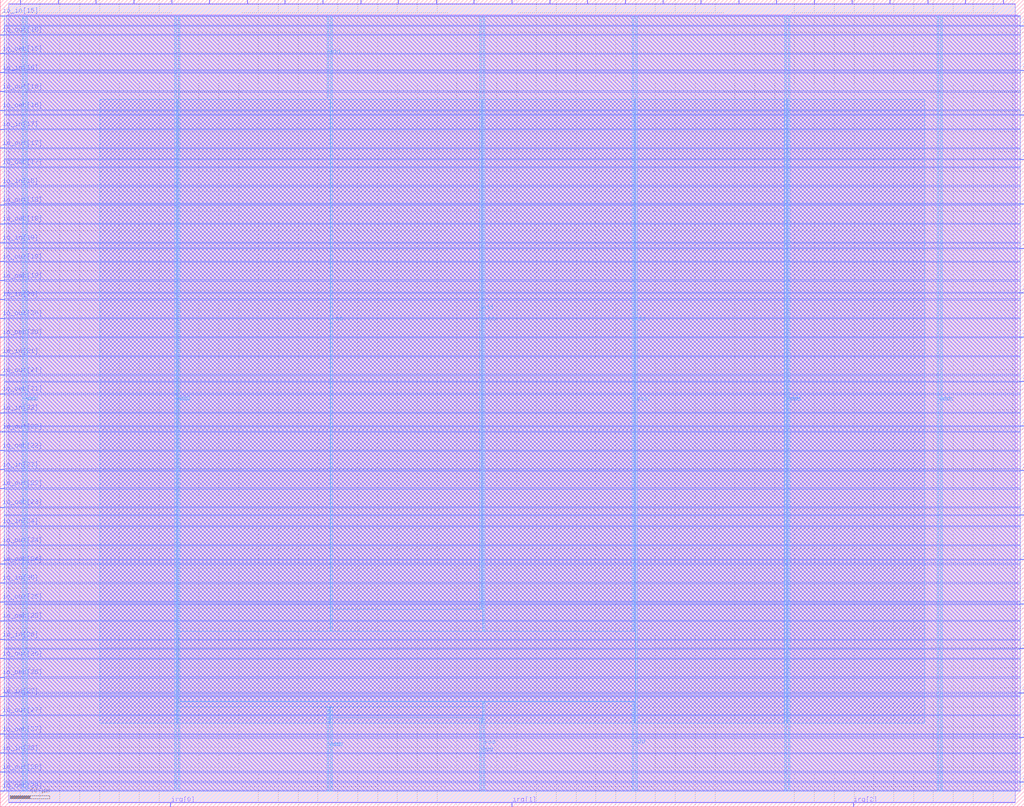
<source format=lef>
VERSION 5.7 ;
  NOWIREEXTENSIONATPIN ON ;
  DIVIDERCHAR "/" ;
  BUSBITCHARS "[]" ;
MACRO user_proj_example
  CLASS BLOCK ;
  FOREIGN user_proj_example ;
  ORIGIN 0.000 0.000 ;
  SIZE 1031.320 BY 812.860 ;
  PIN io_in[0]
    DIRECTION INPUT ;
    USE SIGNAL ;
    PORT
      LAYER Metal3 ;
        RECT 1027.320 24.640 1031.320 25.200 ;
    END
  END io_in[0]
  PIN io_in[10]
    DIRECTION INPUT ;
    USE SIGNAL ;
    ANTENNAGATEAREA 1.102000 ;
    ANTENNADIFFAREA 0.410400 ;
    PORT
      LAYER Metal2 ;
        RECT 553.280 808.860 553.840 812.860 ;
    END
  END io_in[10]
  PIN io_in[11]
    DIRECTION INPUT ;
    USE SIGNAL ;
    ANTENNAGATEAREA 1.183000 ;
    ANTENNADIFFAREA 0.410400 ;
    PORT
      LAYER Metal2 ;
        RECT 439.040 808.860 439.600 812.860 ;
    END
  END io_in[11]
  PIN io_in[12]
    DIRECTION INPUT ;
    USE SIGNAL ;
    ANTENNAGATEAREA 1.183000 ;
    ANTENNADIFFAREA 0.410400 ;
    PORT
      LAYER Metal2 ;
        RECT 324.800 808.860 325.360 812.860 ;
    END
  END io_in[12]
  PIN io_in[13]
    DIRECTION INPUT ;
    USE SIGNAL ;
    ANTENNAGATEAREA 1.102000 ;
    ANTENNADIFFAREA 0.410400 ;
    PORT
      LAYER Metal2 ;
        RECT 210.560 808.860 211.120 812.860 ;
    END
  END io_in[13]
  PIN io_in[14]
    DIRECTION INPUT ;
    USE SIGNAL ;
    ANTENNAGATEAREA 1.102000 ;
    ANTENNADIFFAREA 0.410400 ;
    PORT
      LAYER Metal2 ;
        RECT 96.320 808.860 96.880 812.860 ;
    END
  END io_in[14]
  PIN io_in[15]
    DIRECTION INPUT ;
    USE SIGNAL ;
    ANTENNAGATEAREA 2.204000 ;
    ANTENNADIFFAREA 0.410400 ;
    PORT
      LAYER Metal3 ;
        RECT 0.000 796.320 4.000 796.880 ;
    END
  END io_in[15]
  PIN io_in[16]
    DIRECTION INPUT ;
    USE SIGNAL ;
    ANTENNAGATEAREA 1.183000 ;
    ANTENNADIFFAREA 0.410400 ;
    PORT
      LAYER Metal3 ;
        RECT 0.000 739.200 4.000 739.760 ;
    END
  END io_in[16]
  PIN io_in[17]
    DIRECTION INPUT ;
    USE SIGNAL ;
    ANTENNAGATEAREA 1.183000 ;
    ANTENNADIFFAREA 0.410400 ;
    PORT
      LAYER Metal3 ;
        RECT 0.000 682.080 4.000 682.640 ;
    END
  END io_in[17]
  PIN io_in[18]
    DIRECTION INPUT ;
    USE SIGNAL ;
    ANTENNAGATEAREA 1.183000 ;
    ANTENNADIFFAREA 0.410400 ;
    PORT
      LAYER Metal3 ;
        RECT 0.000 624.960 4.000 625.520 ;
    END
  END io_in[18]
  PIN io_in[19]
    DIRECTION INPUT ;
    USE SIGNAL ;
    ANTENNAGATEAREA 1.183000 ;
    ANTENNADIFFAREA 0.410400 ;
    PORT
      LAYER Metal3 ;
        RECT 0.000 567.840 4.000 568.400 ;
    END
  END io_in[19]
  PIN io_in[1]
    DIRECTION INPUT ;
    USE SIGNAL ;
    PORT
      LAYER Metal3 ;
        RECT 1027.320 159.040 1031.320 159.600 ;
    END
  END io_in[1]
  PIN io_in[20]
    DIRECTION INPUT ;
    USE SIGNAL ;
    ANTENNAGATEAREA 0.498500 ;
    ANTENNADIFFAREA 0.410400 ;
    PORT
      LAYER Metal3 ;
        RECT 0.000 510.720 4.000 511.280 ;
    END
  END io_in[20]
  PIN io_in[21]
    DIRECTION INPUT ;
    USE SIGNAL ;
    ANTENNAGATEAREA 0.498500 ;
    ANTENNADIFFAREA 0.410400 ;
    PORT
      LAYER Metal3 ;
        RECT 0.000 453.600 4.000 454.160 ;
    END
  END io_in[21]
  PIN io_in[22]
    DIRECTION INPUT ;
    USE SIGNAL ;
    ANTENNAGATEAREA 0.498500 ;
    ANTENNADIFFAREA 0.410400 ;
    PORT
      LAYER Metal3 ;
        RECT 0.000 396.480 4.000 397.040 ;
    END
  END io_in[22]
  PIN io_in[23]
    DIRECTION INPUT ;
    USE SIGNAL ;
    ANTENNAGATEAREA 0.498500 ;
    ANTENNADIFFAREA 0.410400 ;
    PORT
      LAYER Metal3 ;
        RECT 0.000 339.360 4.000 339.920 ;
    END
  END io_in[23]
  PIN io_in[24]
    DIRECTION INPUT ;
    USE SIGNAL ;
    ANTENNAGATEAREA 0.498500 ;
    ANTENNADIFFAREA 0.410400 ;
    PORT
      LAYER Metal3 ;
        RECT 0.000 282.240 4.000 282.800 ;
    END
  END io_in[24]
  PIN io_in[25]
    DIRECTION INPUT ;
    USE SIGNAL ;
    ANTENNAGATEAREA 0.726000 ;
    ANTENNADIFFAREA 0.410400 ;
    PORT
      LAYER Metal3 ;
        RECT 0.000 225.120 4.000 225.680 ;
    END
  END io_in[25]
  PIN io_in[26]
    DIRECTION INPUT ;
    USE SIGNAL ;
    ANTENNAGATEAREA 0.741000 ;
    ANTENNADIFFAREA 0.410400 ;
    PORT
      LAYER Metal3 ;
        RECT 0.000 168.000 4.000 168.560 ;
    END
  END io_in[26]
  PIN io_in[27]
    DIRECTION INPUT ;
    USE SIGNAL ;
    ANTENNAGATEAREA 0.741000 ;
    ANTENNADIFFAREA 0.410400 ;
    PORT
      LAYER Metal3 ;
        RECT 0.000 110.880 4.000 111.440 ;
    END
  END io_in[27]
  PIN io_in[28]
    DIRECTION INPUT ;
    USE SIGNAL ;
    ANTENNAGATEAREA 0.498500 ;
    ANTENNADIFFAREA 0.410400 ;
    PORT
      LAYER Metal3 ;
        RECT 0.000 53.760 4.000 54.320 ;
    END
  END io_in[28]
  PIN io_in[2]
    DIRECTION INPUT ;
    USE SIGNAL ;
    PORT
      LAYER Metal3 ;
        RECT 1027.320 293.440 1031.320 294.000 ;
    END
  END io_in[2]
  PIN io_in[3]
    DIRECTION INPUT ;
    USE SIGNAL ;
    PORT
      LAYER Metal3 ;
        RECT 1027.320 427.840 1031.320 428.400 ;
    END
  END io_in[3]
  PIN io_in[4]
    DIRECTION INPUT ;
    USE SIGNAL ;
    PORT
      LAYER Metal3 ;
        RECT 1027.320 562.240 1031.320 562.800 ;
    END
  END io_in[4]
  PIN io_in[5]
    DIRECTION INPUT ;
    USE SIGNAL ;
    PORT
      LAYER Metal3 ;
        RECT 1027.320 696.640 1031.320 697.200 ;
    END
  END io_in[5]
  PIN io_in[6]
    DIRECTION INPUT ;
    USE SIGNAL ;
    PORT
      LAYER Metal2 ;
        RECT 1010.240 808.860 1010.800 812.860 ;
    END
  END io_in[6]
  PIN io_in[7]
    DIRECTION INPUT ;
    USE SIGNAL ;
    PORT
      LAYER Metal2 ;
        RECT 896.000 808.860 896.560 812.860 ;
    END
  END io_in[7]
  PIN io_in[8]
    DIRECTION INPUT ;
    USE SIGNAL ;
    ANTENNAGATEAREA 2.204000 ;
    ANTENNADIFFAREA 0.410400 ;
    PORT
      LAYER Metal2 ;
        RECT 781.760 808.860 782.320 812.860 ;
    END
  END io_in[8]
  PIN io_in[9]
    DIRECTION INPUT ;
    USE SIGNAL ;
    ANTENNAGATEAREA 2.204000 ;
    ANTENNADIFFAREA 0.410400 ;
    PORT
      LAYER Metal2 ;
        RECT 667.520 808.860 668.080 812.860 ;
    END
  END io_in[9]
  PIN io_oeb[0]
    DIRECTION OUTPUT TRISTATE ;
    USE SIGNAL ;
    ANTENNADIFFAREA 0.360800 ;
    PORT
      LAYER Metal3 ;
        RECT 1027.320 114.240 1031.320 114.800 ;
    END
  END io_oeb[0]
  PIN io_oeb[10]
    DIRECTION OUTPUT TRISTATE ;
    USE SIGNAL ;
    ANTENNADIFFAREA 0.536800 ;
    PORT
      LAYER Metal2 ;
        RECT 477.120 808.860 477.680 812.860 ;
    END
  END io_oeb[10]
  PIN io_oeb[11]
    DIRECTION OUTPUT TRISTATE ;
    USE SIGNAL ;
    ANTENNADIFFAREA 0.536800 ;
    PORT
      LAYER Metal2 ;
        RECT 362.880 808.860 363.440 812.860 ;
    END
  END io_oeb[11]
  PIN io_oeb[12]
    DIRECTION OUTPUT TRISTATE ;
    USE SIGNAL ;
    ANTENNADIFFAREA 0.536800 ;
    PORT
      LAYER Metal2 ;
        RECT 248.640 808.860 249.200 812.860 ;
    END
  END io_oeb[12]
  PIN io_oeb[13]
    DIRECTION OUTPUT TRISTATE ;
    USE SIGNAL ;
    ANTENNADIFFAREA 0.536800 ;
    PORT
      LAYER Metal2 ;
        RECT 134.400 808.860 134.960 812.860 ;
    END
  END io_oeb[13]
  PIN io_oeb[14]
    DIRECTION OUTPUT TRISTATE ;
    USE SIGNAL ;
    ANTENNADIFFAREA 0.536800 ;
    PORT
      LAYER Metal2 ;
        RECT 20.160 808.860 20.720 812.860 ;
    END
  END io_oeb[14]
  PIN io_oeb[15]
    DIRECTION OUTPUT TRISTATE ;
    USE SIGNAL ;
    ANTENNADIFFAREA 0.536800 ;
    PORT
      LAYER Metal3 ;
        RECT 0.000 758.240 4.000 758.800 ;
    END
  END io_oeb[15]
  PIN io_oeb[16]
    DIRECTION OUTPUT TRISTATE ;
    USE SIGNAL ;
    ANTENNADIFFAREA 0.536800 ;
    PORT
      LAYER Metal3 ;
        RECT 0.000 701.120 4.000 701.680 ;
    END
  END io_oeb[16]
  PIN io_oeb[17]
    DIRECTION OUTPUT TRISTATE ;
    USE SIGNAL ;
    ANTENNADIFFAREA 0.536800 ;
    PORT
      LAYER Metal3 ;
        RECT 0.000 644.000 4.000 644.560 ;
    END
  END io_oeb[17]
  PIN io_oeb[18]
    DIRECTION OUTPUT TRISTATE ;
    USE SIGNAL ;
    ANTENNADIFFAREA 0.536800 ;
    PORT
      LAYER Metal3 ;
        RECT 0.000 586.880 4.000 587.440 ;
    END
  END io_oeb[18]
  PIN io_oeb[19]
    DIRECTION OUTPUT TRISTATE ;
    USE SIGNAL ;
    ANTENNADIFFAREA 0.536800 ;
    PORT
      LAYER Metal3 ;
        RECT 0.000 529.760 4.000 530.320 ;
    END
  END io_oeb[19]
  PIN io_oeb[1]
    DIRECTION OUTPUT TRISTATE ;
    USE SIGNAL ;
    ANTENNADIFFAREA 0.360800 ;
    PORT
      LAYER Metal3 ;
        RECT 1027.320 248.640 1031.320 249.200 ;
    END
  END io_oeb[1]
  PIN io_oeb[20]
    DIRECTION OUTPUT TRISTATE ;
    USE SIGNAL ;
    ANTENNADIFFAREA 0.536800 ;
    PORT
      LAYER Metal3 ;
        RECT 0.000 472.640 4.000 473.200 ;
    END
  END io_oeb[20]
  PIN io_oeb[21]
    DIRECTION OUTPUT TRISTATE ;
    USE SIGNAL ;
    ANTENNADIFFAREA 0.536800 ;
    PORT
      LAYER Metal3 ;
        RECT 0.000 415.520 4.000 416.080 ;
    END
  END io_oeb[21]
  PIN io_oeb[22]
    DIRECTION OUTPUT TRISTATE ;
    USE SIGNAL ;
    ANTENNADIFFAREA 0.536800 ;
    PORT
      LAYER Metal3 ;
        RECT 0.000 358.400 4.000 358.960 ;
    END
  END io_oeb[22]
  PIN io_oeb[23]
    DIRECTION OUTPUT TRISTATE ;
    USE SIGNAL ;
    ANTENNADIFFAREA 0.536800 ;
    PORT
      LAYER Metal3 ;
        RECT 0.000 301.280 4.000 301.840 ;
    END
  END io_oeb[23]
  PIN io_oeb[24]
    DIRECTION OUTPUT TRISTATE ;
    USE SIGNAL ;
    ANTENNADIFFAREA 0.536800 ;
    PORT
      LAYER Metal3 ;
        RECT 0.000 244.160 4.000 244.720 ;
    END
  END io_oeb[24]
  PIN io_oeb[25]
    DIRECTION OUTPUT TRISTATE ;
    USE SIGNAL ;
    ANTENNADIFFAREA 0.536800 ;
    PORT
      LAYER Metal3 ;
        RECT 0.000 187.040 4.000 187.600 ;
    END
  END io_oeb[25]
  PIN io_oeb[26]
    DIRECTION OUTPUT TRISTATE ;
    USE SIGNAL ;
    ANTENNADIFFAREA 0.536800 ;
    PORT
      LAYER Metal3 ;
        RECT 0.000 129.920 4.000 130.480 ;
    END
  END io_oeb[26]
  PIN io_oeb[27]
    DIRECTION OUTPUT TRISTATE ;
    USE SIGNAL ;
    ANTENNADIFFAREA 0.536800 ;
    PORT
      LAYER Metal3 ;
        RECT 0.000 72.800 4.000 73.360 ;
    END
  END io_oeb[27]
  PIN io_oeb[28]
    DIRECTION OUTPUT TRISTATE ;
    USE SIGNAL ;
    ANTENNADIFFAREA 0.536800 ;
    PORT
      LAYER Metal3 ;
        RECT 0.000 15.680 4.000 16.240 ;
    END
  END io_oeb[28]
  PIN io_oeb[2]
    DIRECTION OUTPUT TRISTATE ;
    USE SIGNAL ;
    ANTENNADIFFAREA 0.360800 ;
    PORT
      LAYER Metal3 ;
        RECT 1027.320 383.040 1031.320 383.600 ;
    END
  END io_oeb[2]
  PIN io_oeb[3]
    DIRECTION OUTPUT TRISTATE ;
    USE SIGNAL ;
    ANTENNADIFFAREA 0.360800 ;
    PORT
      LAYER Metal3 ;
        RECT 1027.320 517.440 1031.320 518.000 ;
    END
  END io_oeb[3]
  PIN io_oeb[4]
    DIRECTION OUTPUT TRISTATE ;
    USE SIGNAL ;
    ANTENNADIFFAREA 0.360800 ;
    PORT
      LAYER Metal3 ;
        RECT 1027.320 651.840 1031.320 652.400 ;
    END
  END io_oeb[4]
  PIN io_oeb[5]
    DIRECTION OUTPUT TRISTATE ;
    USE SIGNAL ;
    ANTENNADIFFAREA 0.360800 ;
    PORT
      LAYER Metal3 ;
        RECT 1027.320 786.240 1031.320 786.800 ;
    END
  END io_oeb[5]
  PIN io_oeb[6]
    DIRECTION OUTPUT TRISTATE ;
    USE SIGNAL ;
    ANTENNADIFFAREA 0.360800 ;
    PORT
      LAYER Metal2 ;
        RECT 934.080 808.860 934.640 812.860 ;
    END
  END io_oeb[6]
  PIN io_oeb[7]
    DIRECTION OUTPUT TRISTATE ;
    USE SIGNAL ;
    ANTENNADIFFAREA 0.360800 ;
    PORT
      LAYER Metal2 ;
        RECT 819.840 808.860 820.400 812.860 ;
    END
  END io_oeb[7]
  PIN io_oeb[8]
    DIRECTION OUTPUT TRISTATE ;
    USE SIGNAL ;
    ANTENNADIFFAREA 0.536800 ;
    PORT
      LAYER Metal2 ;
        RECT 705.600 808.860 706.160 812.860 ;
    END
  END io_oeb[8]
  PIN io_oeb[9]
    DIRECTION OUTPUT TRISTATE ;
    USE SIGNAL ;
    ANTENNADIFFAREA 0.536800 ;
    PORT
      LAYER Metal2 ;
        RECT 591.360 808.860 591.920 812.860 ;
    END
  END io_oeb[9]
  PIN io_out[0]
    DIRECTION OUTPUT TRISTATE ;
    USE SIGNAL ;
    ANTENNADIFFAREA 4.731200 ;
    PORT
      LAYER Metal3 ;
        RECT 1027.320 69.440 1031.320 70.000 ;
    END
  END io_out[0]
  PIN io_out[10]
    DIRECTION OUTPUT TRISTATE ;
    USE SIGNAL ;
    ANTENNADIFFAREA 0.360800 ;
    PORT
      LAYER Metal2 ;
        RECT 515.200 808.860 515.760 812.860 ;
    END
  END io_out[10]
  PIN io_out[11]
    DIRECTION OUTPUT TRISTATE ;
    USE SIGNAL ;
    ANTENNADIFFAREA 0.360800 ;
    PORT
      LAYER Metal2 ;
        RECT 400.960 808.860 401.520 812.860 ;
    END
  END io_out[11]
  PIN io_out[12]
    DIRECTION OUTPUT TRISTATE ;
    USE SIGNAL ;
    ANTENNADIFFAREA 0.360800 ;
    PORT
      LAYER Metal2 ;
        RECT 286.720 808.860 287.280 812.860 ;
    END
  END io_out[12]
  PIN io_out[13]
    DIRECTION OUTPUT TRISTATE ;
    USE SIGNAL ;
    ANTENNADIFFAREA 0.360800 ;
    PORT
      LAYER Metal2 ;
        RECT 172.480 808.860 173.040 812.860 ;
    END
  END io_out[13]
  PIN io_out[14]
    DIRECTION OUTPUT TRISTATE ;
    USE SIGNAL ;
    ANTENNADIFFAREA 0.360800 ;
    PORT
      LAYER Metal2 ;
        RECT 58.240 808.860 58.800 812.860 ;
    END
  END io_out[14]
  PIN io_out[15]
    DIRECTION OUTPUT TRISTATE ;
    USE SIGNAL ;
    ANTENNADIFFAREA 0.360800 ;
    PORT
      LAYER Metal3 ;
        RECT 0.000 777.280 4.000 777.840 ;
    END
  END io_out[15]
  PIN io_out[16]
    DIRECTION OUTPUT TRISTATE ;
    USE SIGNAL ;
    ANTENNADIFFAREA 0.360800 ;
    PORT
      LAYER Metal3 ;
        RECT 0.000 720.160 4.000 720.720 ;
    END
  END io_out[16]
  PIN io_out[17]
    DIRECTION OUTPUT TRISTATE ;
    USE SIGNAL ;
    ANTENNADIFFAREA 0.360800 ;
    PORT
      LAYER Metal3 ;
        RECT 0.000 663.040 4.000 663.600 ;
    END
  END io_out[17]
  PIN io_out[18]
    DIRECTION OUTPUT TRISTATE ;
    USE SIGNAL ;
    ANTENNADIFFAREA 0.360800 ;
    PORT
      LAYER Metal3 ;
        RECT 0.000 605.920 4.000 606.480 ;
    END
  END io_out[18]
  PIN io_out[19]
    DIRECTION OUTPUT TRISTATE ;
    USE SIGNAL ;
    ANTENNADIFFAREA 0.360800 ;
    PORT
      LAYER Metal3 ;
        RECT 0.000 548.800 4.000 549.360 ;
    END
  END io_out[19]
  PIN io_out[1]
    DIRECTION OUTPUT TRISTATE ;
    USE SIGNAL ;
    ANTENNADIFFAREA 4.731200 ;
    PORT
      LAYER Metal3 ;
        RECT 1027.320 203.840 1031.320 204.400 ;
    END
  END io_out[1]
  PIN io_out[20]
    DIRECTION OUTPUT TRISTATE ;
    USE SIGNAL ;
    ANTENNADIFFAREA 0.360800 ;
    PORT
      LAYER Metal3 ;
        RECT 0.000 491.680 4.000 492.240 ;
    END
  END io_out[20]
  PIN io_out[21]
    DIRECTION OUTPUT TRISTATE ;
    USE SIGNAL ;
    ANTENNADIFFAREA 0.360800 ;
    PORT
      LAYER Metal3 ;
        RECT 0.000 434.560 4.000 435.120 ;
    END
  END io_out[21]
  PIN io_out[22]
    DIRECTION OUTPUT TRISTATE ;
    USE SIGNAL ;
    ANTENNADIFFAREA 0.360800 ;
    PORT
      LAYER Metal3 ;
        RECT 0.000 377.440 4.000 378.000 ;
    END
  END io_out[22]
  PIN io_out[23]
    DIRECTION OUTPUT TRISTATE ;
    USE SIGNAL ;
    ANTENNADIFFAREA 0.360800 ;
    PORT
      LAYER Metal3 ;
        RECT 0.000 320.320 4.000 320.880 ;
    END
  END io_out[23]
  PIN io_out[24]
    DIRECTION OUTPUT TRISTATE ;
    USE SIGNAL ;
    ANTENNADIFFAREA 0.360800 ;
    PORT
      LAYER Metal3 ;
        RECT 0.000 263.200 4.000 263.760 ;
    END
  END io_out[24]
  PIN io_out[25]
    DIRECTION OUTPUT TRISTATE ;
    USE SIGNAL ;
    ANTENNADIFFAREA 0.360800 ;
    PORT
      LAYER Metal3 ;
        RECT 0.000 206.080 4.000 206.640 ;
    END
  END io_out[25]
  PIN io_out[26]
    DIRECTION OUTPUT TRISTATE ;
    USE SIGNAL ;
    ANTENNADIFFAREA 0.360800 ;
    PORT
      LAYER Metal3 ;
        RECT 0.000 148.960 4.000 149.520 ;
    END
  END io_out[26]
  PIN io_out[27]
    DIRECTION OUTPUT TRISTATE ;
    USE SIGNAL ;
    ANTENNADIFFAREA 0.360800 ;
    PORT
      LAYER Metal3 ;
        RECT 0.000 91.840 4.000 92.400 ;
    END
  END io_out[27]
  PIN io_out[28]
    DIRECTION OUTPUT TRISTATE ;
    USE SIGNAL ;
    ANTENNADIFFAREA 0.360800 ;
    PORT
      LAYER Metal3 ;
        RECT 0.000 34.720 4.000 35.280 ;
    END
  END io_out[28]
  PIN io_out[2]
    DIRECTION OUTPUT TRISTATE ;
    USE SIGNAL ;
    ANTENNADIFFAREA 4.731200 ;
    PORT
      LAYER Metal3 ;
        RECT 1027.320 338.240 1031.320 338.800 ;
    END
  END io_out[2]
  PIN io_out[3]
    DIRECTION OUTPUT TRISTATE ;
    USE SIGNAL ;
    ANTENNADIFFAREA 4.731200 ;
    PORT
      LAYER Metal3 ;
        RECT 1027.320 472.640 1031.320 473.200 ;
    END
  END io_out[3]
  PIN io_out[4]
    DIRECTION OUTPUT TRISTATE ;
    USE SIGNAL ;
    ANTENNADIFFAREA 4.731200 ;
    PORT
      LAYER Metal3 ;
        RECT 1027.320 607.040 1031.320 607.600 ;
    END
  END io_out[4]
  PIN io_out[5]
    DIRECTION OUTPUT TRISTATE ;
    USE SIGNAL ;
    ANTENNADIFFAREA 4.731200 ;
    PORT
      LAYER Metal3 ;
        RECT 1027.320 741.440 1031.320 742.000 ;
    END
  END io_out[5]
  PIN io_out[6]
    DIRECTION OUTPUT TRISTATE ;
    USE SIGNAL ;
    ANTENNADIFFAREA 4.731200 ;
    PORT
      LAYER Metal2 ;
        RECT 972.160 808.860 972.720 812.860 ;
    END
  END io_out[6]
  PIN io_out[7]
    DIRECTION OUTPUT TRISTATE ;
    USE SIGNAL ;
    ANTENNADIFFAREA 4.731200 ;
    PORT
      LAYER Metal2 ;
        RECT 857.920 808.860 858.480 812.860 ;
    END
  END io_out[7]
  PIN io_out[8]
    DIRECTION OUTPUT TRISTATE ;
    USE SIGNAL ;
    ANTENNADIFFAREA 0.360800 ;
    PORT
      LAYER Metal2 ;
        RECT 743.680 808.860 744.240 812.860 ;
    END
  END io_out[8]
  PIN io_out[9]
    DIRECTION OUTPUT TRISTATE ;
    USE SIGNAL ;
    ANTENNADIFFAREA 0.360800 ;
    PORT
      LAYER Metal2 ;
        RECT 629.440 808.860 630.000 812.860 ;
    END
  END io_out[9]
  PIN irq[0]
    DIRECTION OUTPUT TRISTATE ;
    USE SIGNAL ;
    ANTENNADIFFAREA 0.360800 ;
    PORT
      LAYER Metal2 ;
        RECT 171.360 0.000 171.920 4.000 ;
    END
  END irq[0]
  PIN irq[1]
    DIRECTION OUTPUT TRISTATE ;
    USE SIGNAL ;
    ANTENNADIFFAREA 0.360800 ;
    PORT
      LAYER Metal2 ;
        RECT 515.200 0.000 515.760 4.000 ;
    END
  END irq[1]
  PIN irq[2]
    DIRECTION OUTPUT TRISTATE ;
    USE SIGNAL ;
    ANTENNADIFFAREA 0.360800 ;
    PORT
      LAYER Metal2 ;
        RECT 859.040 0.000 859.600 4.000 ;
    END
  END irq[2]
  PIN vdd
    DIRECTION INOUT ;
    USE POWER ;
    PORT
      LAYER Metal4 ;
        RECT 22.240 15.380 23.840 796.060 ;
    END
    PORT
      LAYER Metal4 ;
        RECT 175.840 15.380 177.440 796.060 ;
    END
    PORT
      LAYER Metal4 ;
        RECT 329.440 15.380 331.040 100.325 ;
    END
    PORT
      LAYER Metal4 ;
        RECT 329.440 714.775 331.040 796.060 ;
    END
    PORT
      LAYER Metal4 ;
        RECT 483.040 15.380 484.640 89.440 ;
    END
    PORT
      LAYER Metal4 ;
        RECT 483.040 199.380 484.640 796.060 ;
    END
    PORT
      LAYER Metal4 ;
        RECT 636.640 15.380 638.240 105.940 ;
    END
    PORT
      LAYER Metal4 ;
        RECT 636.640 176.920 638.240 796.060 ;
    END
    PORT
      LAYER Metal4 ;
        RECT 790.240 15.380 791.840 796.060 ;
    END
    PORT
      LAYER Metal4 ;
        RECT 943.840 15.380 945.440 796.060 ;
    END
  END vdd
  PIN vss
    DIRECTION INOUT ;
    USE GROUND ;
    PORT
      LAYER Metal4 ;
        RECT 25.540 15.380 27.140 796.060 ;
    END
    PORT
      LAYER Metal4 ;
        RECT 179.140 15.380 180.740 796.060 ;
    END
    PORT
      LAYER Metal4 ;
        RECT 332.740 15.380 334.340 100.325 ;
    END
    PORT
      LAYER Metal4 ;
        RECT 332.740 176.920 334.340 796.060 ;
    END
    PORT
      LAYER Metal4 ;
        RECT 486.340 15.380 487.940 105.280 ;
    END
    PORT
      LAYER Metal4 ;
        RECT 486.340 176.920 487.940 796.060 ;
    END
    PORT
      LAYER Metal4 ;
        RECT 639.940 15.380 641.540 796.060 ;
    END
    PORT
      LAYER Metal4 ;
        RECT 793.540 15.380 795.140 796.060 ;
    END
    PORT
      LAYER Metal4 ;
        RECT 947.140 15.380 948.740 796.060 ;
    END
  END vss
  OBS
      LAYER Metal1 ;
        RECT 6.720 15.380 1024.240 797.850 ;
      LAYER Metal2 ;
        RECT 8.540 808.560 19.860 808.860 ;
        RECT 21.020 808.560 57.940 808.860 ;
        RECT 59.100 808.560 96.020 808.860 ;
        RECT 97.180 808.560 134.100 808.860 ;
        RECT 135.260 808.560 172.180 808.860 ;
        RECT 173.340 808.560 210.260 808.860 ;
        RECT 211.420 808.560 248.340 808.860 ;
        RECT 249.500 808.560 286.420 808.860 ;
        RECT 287.580 808.560 324.500 808.860 ;
        RECT 325.660 808.560 362.580 808.860 ;
        RECT 363.740 808.560 400.660 808.860 ;
        RECT 401.820 808.560 438.740 808.860 ;
        RECT 439.900 808.560 476.820 808.860 ;
        RECT 477.980 808.560 514.900 808.860 ;
        RECT 516.060 808.560 552.980 808.860 ;
        RECT 554.140 808.560 591.060 808.860 ;
        RECT 592.220 808.560 629.140 808.860 ;
        RECT 630.300 808.560 667.220 808.860 ;
        RECT 668.380 808.560 705.300 808.860 ;
        RECT 706.460 808.560 743.380 808.860 ;
        RECT 744.540 808.560 781.460 808.860 ;
        RECT 782.620 808.560 819.540 808.860 ;
        RECT 820.700 808.560 857.620 808.860 ;
        RECT 858.780 808.560 895.700 808.860 ;
        RECT 896.860 808.560 933.780 808.860 ;
        RECT 934.940 808.560 971.860 808.860 ;
        RECT 973.020 808.560 1009.940 808.860 ;
        RECT 1011.100 808.560 1022.420 808.860 ;
        RECT 8.540 4.300 1022.420 808.560 ;
        RECT 8.540 4.000 171.060 4.300 ;
        RECT 172.220 4.000 514.900 4.300 ;
        RECT 516.060 4.000 858.740 4.300 ;
        RECT 859.900 4.000 1022.420 4.300 ;
      LAYER Metal3 ;
        RECT 4.300 796.020 1027.320 796.740 ;
        RECT 4.000 787.100 1027.320 796.020 ;
        RECT 4.000 785.940 1027.020 787.100 ;
        RECT 4.000 778.140 1027.320 785.940 ;
        RECT 4.300 776.980 1027.320 778.140 ;
        RECT 4.000 759.100 1027.320 776.980 ;
        RECT 4.300 757.940 1027.320 759.100 ;
        RECT 4.000 742.300 1027.320 757.940 ;
        RECT 4.000 741.140 1027.020 742.300 ;
        RECT 4.000 740.060 1027.320 741.140 ;
        RECT 4.300 738.900 1027.320 740.060 ;
        RECT 4.000 721.020 1027.320 738.900 ;
        RECT 4.300 719.860 1027.320 721.020 ;
        RECT 4.000 701.980 1027.320 719.860 ;
        RECT 4.300 700.820 1027.320 701.980 ;
        RECT 4.000 697.500 1027.320 700.820 ;
        RECT 4.000 696.340 1027.020 697.500 ;
        RECT 4.000 682.940 1027.320 696.340 ;
        RECT 4.300 681.780 1027.320 682.940 ;
        RECT 4.000 663.900 1027.320 681.780 ;
        RECT 4.300 662.740 1027.320 663.900 ;
        RECT 4.000 652.700 1027.320 662.740 ;
        RECT 4.000 651.540 1027.020 652.700 ;
        RECT 4.000 644.860 1027.320 651.540 ;
        RECT 4.300 643.700 1027.320 644.860 ;
        RECT 4.000 625.820 1027.320 643.700 ;
        RECT 4.300 624.660 1027.320 625.820 ;
        RECT 4.000 607.900 1027.320 624.660 ;
        RECT 4.000 606.780 1027.020 607.900 ;
        RECT 4.300 606.740 1027.020 606.780 ;
        RECT 4.300 605.620 1027.320 606.740 ;
        RECT 4.000 587.740 1027.320 605.620 ;
        RECT 4.300 586.580 1027.320 587.740 ;
        RECT 4.000 568.700 1027.320 586.580 ;
        RECT 4.300 567.540 1027.320 568.700 ;
        RECT 4.000 563.100 1027.320 567.540 ;
        RECT 4.000 561.940 1027.020 563.100 ;
        RECT 4.000 549.660 1027.320 561.940 ;
        RECT 4.300 548.500 1027.320 549.660 ;
        RECT 4.000 530.620 1027.320 548.500 ;
        RECT 4.300 529.460 1027.320 530.620 ;
        RECT 4.000 518.300 1027.320 529.460 ;
        RECT 4.000 517.140 1027.020 518.300 ;
        RECT 4.000 511.580 1027.320 517.140 ;
        RECT 4.300 510.420 1027.320 511.580 ;
        RECT 4.000 492.540 1027.320 510.420 ;
        RECT 4.300 491.380 1027.320 492.540 ;
        RECT 4.000 473.500 1027.320 491.380 ;
        RECT 4.300 472.340 1027.020 473.500 ;
        RECT 4.000 454.460 1027.320 472.340 ;
        RECT 4.300 453.300 1027.320 454.460 ;
        RECT 4.000 435.420 1027.320 453.300 ;
        RECT 4.300 434.260 1027.320 435.420 ;
        RECT 4.000 428.700 1027.320 434.260 ;
        RECT 4.000 427.540 1027.020 428.700 ;
        RECT 4.000 416.380 1027.320 427.540 ;
        RECT 4.300 415.220 1027.320 416.380 ;
        RECT 4.000 397.340 1027.320 415.220 ;
        RECT 4.300 396.180 1027.320 397.340 ;
        RECT 4.000 383.900 1027.320 396.180 ;
        RECT 4.000 382.740 1027.020 383.900 ;
        RECT 4.000 378.300 1027.320 382.740 ;
        RECT 4.300 377.140 1027.320 378.300 ;
        RECT 4.000 359.260 1027.320 377.140 ;
        RECT 4.300 358.100 1027.320 359.260 ;
        RECT 4.000 340.220 1027.320 358.100 ;
        RECT 4.300 339.100 1027.320 340.220 ;
        RECT 4.300 339.060 1027.020 339.100 ;
        RECT 4.000 337.940 1027.020 339.060 ;
        RECT 4.000 321.180 1027.320 337.940 ;
        RECT 4.300 320.020 1027.320 321.180 ;
        RECT 4.000 302.140 1027.320 320.020 ;
        RECT 4.300 300.980 1027.320 302.140 ;
        RECT 4.000 294.300 1027.320 300.980 ;
        RECT 4.000 293.140 1027.020 294.300 ;
        RECT 4.000 283.100 1027.320 293.140 ;
        RECT 4.300 281.940 1027.320 283.100 ;
        RECT 4.000 264.060 1027.320 281.940 ;
        RECT 4.300 262.900 1027.320 264.060 ;
        RECT 4.000 249.500 1027.320 262.900 ;
        RECT 4.000 248.340 1027.020 249.500 ;
        RECT 4.000 245.020 1027.320 248.340 ;
        RECT 4.300 243.860 1027.320 245.020 ;
        RECT 4.000 225.980 1027.320 243.860 ;
        RECT 4.300 224.820 1027.320 225.980 ;
        RECT 4.000 206.940 1027.320 224.820 ;
        RECT 4.300 205.780 1027.320 206.940 ;
        RECT 4.000 204.700 1027.320 205.780 ;
        RECT 4.000 203.540 1027.020 204.700 ;
        RECT 4.000 187.900 1027.320 203.540 ;
        RECT 4.300 186.740 1027.320 187.900 ;
        RECT 4.000 168.860 1027.320 186.740 ;
        RECT 4.300 167.700 1027.320 168.860 ;
        RECT 4.000 159.900 1027.320 167.700 ;
        RECT 4.000 158.740 1027.020 159.900 ;
        RECT 4.000 149.820 1027.320 158.740 ;
        RECT 4.300 148.660 1027.320 149.820 ;
        RECT 4.000 130.780 1027.320 148.660 ;
        RECT 4.300 129.620 1027.320 130.780 ;
        RECT 4.000 115.100 1027.320 129.620 ;
        RECT 4.000 113.940 1027.020 115.100 ;
        RECT 4.000 111.740 1027.320 113.940 ;
        RECT 4.300 110.580 1027.320 111.740 ;
        RECT 4.000 92.700 1027.320 110.580 ;
        RECT 4.300 91.540 1027.320 92.700 ;
        RECT 4.000 73.660 1027.320 91.540 ;
        RECT 4.300 72.500 1027.320 73.660 ;
        RECT 4.000 70.300 1027.320 72.500 ;
        RECT 4.000 69.140 1027.020 70.300 ;
        RECT 4.000 54.620 1027.320 69.140 ;
        RECT 4.300 53.460 1027.320 54.620 ;
        RECT 4.000 35.580 1027.320 53.460 ;
        RECT 4.300 34.420 1027.320 35.580 ;
        RECT 4.000 25.500 1027.320 34.420 ;
        RECT 4.000 24.340 1027.020 25.500 ;
        RECT 4.000 16.540 1027.320 24.340 ;
        RECT 4.300 15.540 1027.320 16.540 ;
      LAYER Metal4 ;
        RECT 100.000 84.090 175.540 712.860 ;
        RECT 177.740 84.090 178.840 712.860 ;
        RECT 181.040 176.620 332.440 712.860 ;
        RECT 334.640 199.080 482.740 712.860 ;
        RECT 484.940 199.080 486.040 712.860 ;
        RECT 334.640 176.620 486.040 199.080 ;
        RECT 488.240 176.620 636.340 712.860 ;
        RECT 638.540 176.620 639.640 712.860 ;
        RECT 181.040 106.240 639.640 176.620 ;
        RECT 181.040 105.580 636.340 106.240 ;
        RECT 181.040 100.625 486.040 105.580 ;
        RECT 181.040 84.090 329.140 100.625 ;
        RECT 331.340 84.090 332.440 100.625 ;
        RECT 334.640 89.740 486.040 100.625 ;
        RECT 334.640 84.090 482.740 89.740 ;
        RECT 484.940 84.090 486.040 89.740 ;
        RECT 488.240 84.090 636.340 105.580 ;
        RECT 638.540 84.090 639.640 106.240 ;
        RECT 641.840 84.090 789.940 712.860 ;
        RECT 792.140 84.090 793.240 712.860 ;
        RECT 795.440 84.090 931.320 712.860 ;
  END
END user_proj_example
END LIBRARY


</source>
